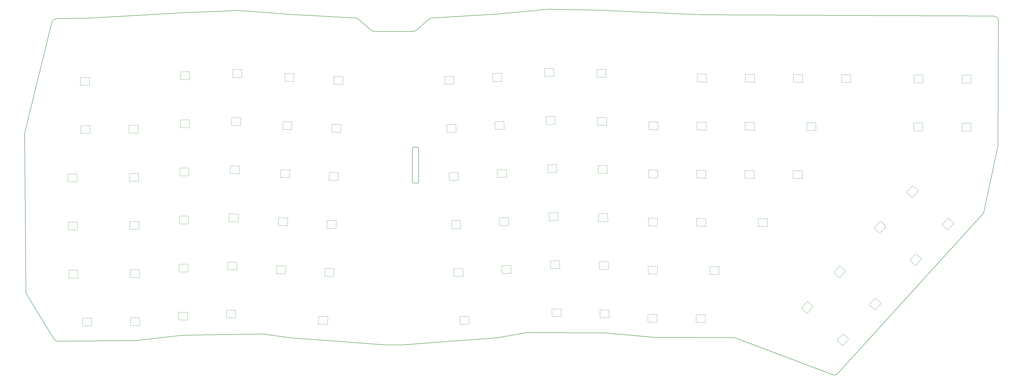
<source format=gbr>
%TF.GenerationSoftware,KiCad,Pcbnew,8.0.1-8.0.1-1~ubuntu22.04.1*%
%TF.CreationDate,2024-03-26T23:20:42-04:00*%
%TF.ProjectId,travis_erg2024-new4,74726176-6973-45f6-9572-67323032342d,2024.03.25*%
%TF.SameCoordinates,Original*%
%TF.FileFunction,Profile,NP*%
%FSLAX46Y46*%
G04 Gerber Fmt 4.6, Leading zero omitted, Abs format (unit mm)*
G04 Created by KiCad (PCBNEW 8.0.1-8.0.1-1~ubuntu22.04.1) date 2024-03-26 23:20:42*
%MOMM*%
%LPD*%
G01*
G04 APERTURE LIST*
%TA.AperFunction,Profile*%
%ADD10C,0.150000*%
%TD*%
%TA.AperFunction,Profile*%
%ADD11C,0.120000*%
%TD*%
G04 APERTURE END LIST*
D10*
X17145606Y-129938963D02*
X27844950Y-86019960D01*
X29770666Y-84493422D02*
X40688658Y-84398143D01*
X40787359Y-84394843D02*
X80810424Y-82066481D01*
X80850824Y-82064541D02*
X101787395Y-81270950D01*
X102011924Y-81275056D02*
X122907326Y-82833727D01*
X122947318Y-82836308D02*
X148013667Y-84201716D01*
X149226303Y-84697471D02*
X154154266Y-89035025D01*
X155476710Y-89533741D02*
X170815057Y-89525877D01*
X172135450Y-89027161D02*
X177067195Y-84686278D01*
X178272933Y-84190910D02*
X202819364Y-82768752D01*
X202892620Y-82763156D02*
X223734084Y-80785449D01*
X223958484Y-80776819D02*
X244900987Y-81148229D01*
X244956362Y-81149978D02*
X285023460Y-82971671D01*
X285105571Y-82973716D02*
X400363399Y-83476626D01*
X402354653Y-85485334D02*
X402139250Y-134851800D01*
X402094627Y-135263282D02*
X396552562Y-161052207D01*
X338884657Y-224941297D02*
X396077640Y-161976732D01*
X336695127Y-225466640D02*
X298370275Y-210934659D01*
X265545468Y-210664584D02*
X297669908Y-210804755D01*
X265369221Y-210656031D02*
X246692221Y-208921227D01*
X246509801Y-208912657D02*
X215407718Y-208872953D01*
X215052960Y-208904208D02*
X204080140Y-210867229D01*
X203877004Y-210892922D02*
X166568622Y-213681441D01*
X166422131Y-213687003D02*
X159871046Y-213695448D01*
X159719399Y-213689887D02*
X122375278Y-210898696D01*
X122247889Y-210885060D02*
X111229467Y-209347229D01*
X110920509Y-209328294D02*
X79814032Y-209833841D01*
X79617762Y-209846704D02*
X61007671Y-211989480D01*
X30456072Y-212267306D02*
X60796354Y-212002531D01*
X28736509Y-211317535D02*
X17930704Y-193803256D01*
X17632890Y-192770557D02*
X17088851Y-130429801D01*
X27844950Y-86019960D02*
G75*
G02*
X29770666Y-84493422I1943169J-473386D01*
G01*
X40787360Y-84394842D02*
G75*
G02*
X40688658Y-84398142I-116155J1996623D01*
G01*
X80810424Y-82066483D02*
G75*
G02*
X80850824Y-82064542I116154J-1996622D01*
G01*
X101787395Y-81270949D02*
G75*
G02*
X102011924Y-81275055I75755J-1998565D01*
G01*
X122947318Y-82836307D02*
G75*
G02*
X122907326Y-82833727I108783J1997039D01*
G01*
X148013667Y-84201717D02*
G75*
G02*
X149226302Y-84697472I-108782J-1997038D01*
G01*
X155476710Y-89533741D02*
G75*
G02*
X154154266Y-89035025I-1025J2000000D01*
G01*
X172135450Y-89027161D02*
G75*
G02*
X170815057Y-89525877I-1321419J1501284D01*
G01*
X177067197Y-84686279D02*
G75*
G02*
X178272933Y-84190911I1321417J-1501283D01*
G01*
X202892620Y-82763156D02*
G75*
G02*
X202819364Y-82768752I-188937J1991056D01*
G01*
X223734083Y-80785449D02*
G75*
G02*
X223958484Y-80776819I188938J-1991056D01*
G01*
X244900988Y-81148228D02*
G75*
G02*
X244956362Y-81149978I-35465J-1999686D01*
G01*
X285105572Y-82973716D02*
G75*
G02*
X285023460Y-82971671I8726J1999981D01*
G01*
X400363399Y-83476626D02*
G75*
G02*
X402354653Y-85485334I-8727J-1999981D01*
G01*
X402139250Y-134851800D02*
G75*
G02*
X402094627Y-135263282I-1999981J8726D01*
G01*
X396552560Y-161052207D02*
G75*
G02*
X396077639Y-161976731I-1955356J420208D01*
G01*
X338884657Y-224941296D02*
G75*
G02*
X336695127Y-225466639I-1480436J1344733D01*
G01*
X297669908Y-210804754D02*
G75*
G02*
X298370275Y-210934659I-8727J-1999982D01*
G01*
X265545467Y-210664584D02*
G75*
G02*
X265369221Y-210656031I8727J1999981D01*
G01*
X246509801Y-208912658D02*
G75*
G02*
X246692221Y-208921228I-2553J-1999997D01*
G01*
X215052959Y-208904209D02*
G75*
G02*
X215407718Y-208872954I352206J-1968742D01*
G01*
X204080140Y-210867229D02*
G75*
G02*
X203877004Y-210892922I-352205J1968744D01*
G01*
X166568622Y-213681442D02*
G75*
G02*
X166422131Y-213687003I-149069J1994438D01*
G01*
X159871046Y-213695447D02*
G75*
G02*
X159719399Y-213689886I-2578J1999997D01*
G01*
X122375278Y-210898696D02*
G75*
G02*
X122247889Y-210885060I149069J1994437D01*
G01*
X110920509Y-209328294D02*
G75*
G02*
X111229467Y-209347229I32500J-1999736D01*
G01*
X79617762Y-209846704D02*
G75*
G02*
X79814032Y-209833841I228770J-1986873D01*
G01*
X61007671Y-211989480D02*
G75*
G02*
X60796354Y-212002531I-228770J1986873D01*
G01*
X30456071Y-212267306D02*
G75*
G02*
X28736509Y-211317535I-17452J1999923D01*
G01*
X17930705Y-193803257D02*
G75*
G02*
X17632891Y-192770557I1702109J1050153D01*
G01*
X17088851Y-130429802D02*
G75*
G02*
X17145606Y-129938963I1999924J17454D01*
G01*
D11*
%TO.C,KLED1*%
X39973642Y-203068867D02*
X40000695Y-206168749D01*
X40000695Y-206168749D02*
X43600558Y-206137333D01*
X43600558Y-206137333D02*
X43573505Y-203037451D01*
X43573505Y-203037451D02*
X39973642Y-203068867D01*
%TO.C,KLED2*%
X34378842Y-165016267D02*
X34405895Y-168116149D01*
X34405895Y-168116149D02*
X38005758Y-168084733D01*
X38005758Y-168084733D02*
X37978705Y-164984851D01*
X37978705Y-164984851D02*
X34378842Y-165016267D01*
%TO.C,KLED3*%
X39308642Y-126871767D02*
X39335695Y-129971649D01*
X39335695Y-129971649D02*
X42935558Y-129940233D01*
X42935558Y-129940233D02*
X42908505Y-126840351D01*
X42908505Y-126840351D02*
X39308642Y-126871767D01*
%TO.C,KLED4*%
X59022842Y-202902667D02*
X59049895Y-206002549D01*
X59049895Y-206002549D02*
X62649758Y-205971133D01*
X62649758Y-205971133D02*
X62622705Y-202871251D01*
X62622705Y-202871251D02*
X59022842Y-202902667D01*
%TO.C,KLED5*%
X58690442Y-164804067D02*
X58717495Y-167903949D01*
X58717495Y-167903949D02*
X62317358Y-167872533D01*
X62317358Y-167872533D02*
X62290305Y-164772651D01*
X62290305Y-164772651D02*
X58690442Y-164804067D01*
%TO.C,KLED6*%
X58357942Y-126705567D02*
X58384995Y-129805449D01*
X58384995Y-129805449D02*
X61984858Y-129774033D01*
X61984858Y-129774033D02*
X61957805Y-126674151D01*
X61957805Y-126674151D02*
X58357942Y-126705567D01*
%TO.C,KLED7*%
X77995195Y-200705051D02*
X77968142Y-203804933D01*
X77968142Y-203804933D02*
X81568005Y-203836349D01*
X81568005Y-203836349D02*
X81595058Y-200736467D01*
X81595058Y-200736467D02*
X77995195Y-200705051D01*
%TO.C,KLED8*%
X78327695Y-162606551D02*
X78300642Y-165706433D01*
X78300642Y-165706433D02*
X81900505Y-165737849D01*
X81900505Y-165737849D02*
X81927558Y-162637967D01*
X81927558Y-162637967D02*
X78327695Y-162606551D01*
%TO.C,KLED9*%
X78660195Y-124507951D02*
X78633142Y-127607833D01*
X78633142Y-127607833D02*
X82233005Y-127639249D01*
X82233005Y-127639249D02*
X82260058Y-124539367D01*
X82260058Y-124539367D02*
X78660195Y-124507951D01*
%TO.C,KLED10*%
X96994191Y-199838913D02*
X96913043Y-202937850D01*
X96913043Y-202937850D02*
X100511809Y-203032087D01*
X100511809Y-203032087D02*
X100592957Y-199933150D01*
X100592957Y-199933150D02*
X96994191Y-199838913D01*
%TO.C,KLED11*%
X97991591Y-161752013D02*
X97910443Y-164850950D01*
X97910443Y-164850950D02*
X101509209Y-164945187D01*
X101509209Y-164945187D02*
X101590357Y-161846250D01*
X101590357Y-161846250D02*
X97991591Y-161752013D01*
%TO.C,KLED12*%
X98988891Y-123665013D02*
X98907743Y-126763950D01*
X98907743Y-126763950D02*
X102506509Y-126858187D01*
X102506509Y-126858187D02*
X102587657Y-123759250D01*
X102587657Y-123759250D02*
X98988891Y-123665013D01*
%TO.C,KLED13*%
X117615023Y-163240060D02*
X117479803Y-166337110D01*
X117479803Y-166337110D02*
X121076377Y-166494140D01*
X121076377Y-166494140D02*
X121211597Y-163397090D01*
X121211597Y-163397090D02*
X117615023Y-163240060D01*
%TO.C,KLED14*%
X119276923Y-125176260D02*
X119141703Y-128273310D01*
X119141703Y-128273310D02*
X122738277Y-128430340D01*
X122738277Y-128430340D02*
X122873497Y-125333290D01*
X122873497Y-125333290D02*
X119276923Y-125176260D01*
%TO.C,KLED15*%
X133461339Y-202304024D02*
X133312607Y-205400454D01*
X133312607Y-205400454D02*
X136908461Y-205573176D01*
X136908461Y-205573176D02*
X137057193Y-202476746D01*
X137057193Y-202476746D02*
X133461339Y-202304024D01*
%TO.C,KLED16*%
X136787539Y-164319824D02*
X136638807Y-167416254D01*
X136638807Y-167416254D02*
X140234661Y-167588976D01*
X140234661Y-167588976D02*
X140383393Y-164492546D01*
X140383393Y-164492546D02*
X136787539Y-164319824D01*
%TO.C,KLED17*%
X138615539Y-126263724D02*
X138466807Y-129360154D01*
X138466807Y-129360154D02*
X142062661Y-129532876D01*
X142062661Y-129532876D02*
X142211393Y-126436446D01*
X142211393Y-126436446D02*
X138615539Y-126263724D01*
%TO.C,KLED18*%
X189233407Y-202468046D02*
X189382139Y-205564476D01*
X189382139Y-205564476D02*
X192977993Y-205391754D01*
X192977993Y-205391754D02*
X192829261Y-202295324D01*
X192829261Y-202295324D02*
X189233407Y-202468046D01*
%TO.C,KLED19*%
X185907207Y-164483946D02*
X186055939Y-167580376D01*
X186055939Y-167580376D02*
X189651793Y-167407654D01*
X189651793Y-167407654D02*
X189503061Y-164311224D01*
X189503061Y-164311224D02*
X185907207Y-164483946D01*
%TO.C,KLED20*%
X184079207Y-126427746D02*
X184227939Y-129524176D01*
X184227939Y-129524176D02*
X187823793Y-129351454D01*
X187823793Y-129351454D02*
X187675061Y-126255024D01*
X187675061Y-126255024D02*
X184079207Y-126427746D01*
%TO.C,KLED21*%
X204923207Y-163320246D02*
X205071939Y-166416676D01*
X205071939Y-166416676D02*
X208667793Y-166243954D01*
X208667793Y-166243954D02*
X208519061Y-163147524D01*
X208519061Y-163147524D02*
X204923207Y-163320246D01*
%TO.C,KLED22*%
X203095307Y-125264046D02*
X203244039Y-128360476D01*
X203244039Y-128360476D02*
X206839893Y-128187754D01*
X206839893Y-128187754D02*
X206691161Y-125091324D01*
X206691161Y-125091324D02*
X203095307Y-125264046D01*
%TO.C,KLED23*%
X225670605Y-199434492D02*
X225765274Y-202533046D01*
X225765274Y-202533046D02*
X229363595Y-202423108D01*
X229363595Y-202423108D02*
X229268926Y-199324554D01*
X229268926Y-199324554D02*
X225670605Y-199434492D01*
%TO.C,KLED24*%
X224507105Y-161352192D02*
X224601774Y-164450746D01*
X224601774Y-164450746D02*
X228200095Y-164340808D01*
X228200095Y-164340808D02*
X228105426Y-161242254D01*
X228105426Y-161242254D02*
X224507105Y-161352192D01*
%TO.C,KLED25*%
X223343505Y-123269992D02*
X223438174Y-126368546D01*
X223438174Y-126368546D02*
X227036495Y-126258608D01*
X227036495Y-126258608D02*
X226941826Y-123160054D01*
X226941826Y-123160054D02*
X223343505Y-123269992D01*
%TO.C,KLED26*%
X244682065Y-199822094D02*
X244722643Y-202921828D01*
X244722643Y-202921828D02*
X248322335Y-202874706D01*
X248322335Y-202874706D02*
X248281757Y-199774972D01*
X248281757Y-199774972D02*
X244682065Y-199822094D01*
%TO.C,KLED27*%
X244183365Y-161725394D02*
X244223943Y-164825128D01*
X244223943Y-164825128D02*
X247823635Y-164778006D01*
X247823635Y-164778006D02*
X247783057Y-161678272D01*
X247783057Y-161678272D02*
X244183365Y-161725394D01*
%TO.C,KLED28*%
X243684665Y-123628594D02*
X243725243Y-126728328D01*
X243725243Y-126728328D02*
X247324935Y-126681206D01*
X247324935Y-126681206D02*
X247284357Y-123581472D01*
X247284357Y-123581472D02*
X243684665Y-123628594D01*
%TO.C,KLED29*%
X263696980Y-201541461D02*
X263683454Y-204641431D01*
X263683454Y-204641431D02*
X267283420Y-204657139D01*
X267283420Y-204657139D02*
X267296946Y-201557169D01*
X267296946Y-201557169D02*
X263696980Y-201541461D01*
%TO.C,KLED30*%
X263863180Y-163441761D02*
X263849654Y-166541731D01*
X263849654Y-166541731D02*
X267449620Y-166557439D01*
X267449620Y-166557439D02*
X267463146Y-163457469D01*
X267463146Y-163457469D02*
X263863180Y-163441761D01*
%TO.C,KLED31*%
X264029380Y-125342161D02*
X264015854Y-128442131D01*
X264015854Y-128442131D02*
X267615820Y-128457839D01*
X267615820Y-128457839D02*
X267629346Y-125357869D01*
X267629346Y-125357869D02*
X264029380Y-125342161D01*
%TO.C,KLED32*%
X282746780Y-201624561D02*
X282733254Y-204724531D01*
X282733254Y-204724531D02*
X286333220Y-204740239D01*
X286333220Y-204740239D02*
X286346746Y-201640269D01*
X286346746Y-201640269D02*
X282746780Y-201624561D01*
%TO.C,KLED33*%
X282912980Y-163524961D02*
X282899454Y-166624931D01*
X282899454Y-166624931D02*
X286499420Y-166640639D01*
X286499420Y-166640639D02*
X286512946Y-163540669D01*
X286512946Y-163540669D02*
X282912980Y-163524961D01*
%TO.C,KLED34*%
X283079280Y-125425261D02*
X283065754Y-128525231D01*
X283065754Y-128525231D02*
X286665720Y-128540939D01*
X286665720Y-128540939D02*
X286679246Y-125440969D01*
X286679246Y-125440969D02*
X283079280Y-125425261D01*
%TO.C,KLED35*%
X307325280Y-163631461D02*
X307311754Y-166731431D01*
X307311754Y-166731431D02*
X310911720Y-166747139D01*
X310911720Y-166747139D02*
X310925246Y-163647169D01*
X310925246Y-163647169D02*
X307325280Y-163631461D01*
%TO.C,KLED36*%
X302129080Y-125508361D02*
X302115554Y-128608331D01*
X302115554Y-128608331D02*
X305715520Y-128624039D01*
X305715520Y-128624039D02*
X305729046Y-125524069D01*
X305729046Y-125524069D02*
X302129080Y-125508361D01*
%TO.C,KLED37*%
X326541380Y-125614961D02*
X326527854Y-128714931D01*
X326527854Y-128714931D02*
X330127820Y-128730639D01*
X330127820Y-128730639D02*
X330141346Y-125630669D01*
X330141346Y-125630669D02*
X326541380Y-125614961D01*
%TO.C,KLED38*%
X338432802Y-211882124D02*
X340727478Y-213966461D01*
X340727478Y-213966461D02*
X343147998Y-211301676D01*
X343147998Y-211301676D02*
X340853322Y-209217339D01*
X340853322Y-209217339D02*
X338432802Y-211882124D01*
%TO.C,KLED39*%
X351241402Y-197780924D02*
X353536078Y-199865261D01*
X353536078Y-199865261D02*
X355956598Y-197200476D01*
X355956598Y-197200476D02*
X353661922Y-195116139D01*
X353661922Y-195116139D02*
X351241402Y-197780924D01*
%TO.C,KLED40*%
X367252202Y-180154524D02*
X369546878Y-182238861D01*
X369546878Y-182238861D02*
X371967398Y-179574076D01*
X371967398Y-179574076D02*
X369672722Y-177489739D01*
X369672722Y-177489739D02*
X367252202Y-180154524D01*
%TO.C,KLED41*%
X380060702Y-166053324D02*
X382355378Y-168137661D01*
X382355378Y-168137661D02*
X384775898Y-165472876D01*
X384775898Y-165472876D02*
X382481222Y-163388539D01*
X382481222Y-163388539D02*
X380060702Y-166053324D01*
%TO.C,KLED42*%
X368803480Y-125799361D02*
X368789954Y-128899331D01*
X368789954Y-128899331D02*
X372389920Y-128915039D01*
X372389920Y-128915039D02*
X372403446Y-125815069D01*
X372403446Y-125815069D02*
X368803480Y-125799361D01*
%TO.C,KLED43*%
X387853280Y-125882461D02*
X387839754Y-128982431D01*
X387839754Y-128982431D02*
X391439720Y-128998139D01*
X391439720Y-128998139D02*
X391453246Y-125898169D01*
X391453246Y-125898169D02*
X387853280Y-125882461D01*
%TO.C,KLED44*%
X38171958Y-187134033D02*
X38144905Y-184034151D01*
X38144905Y-184034151D02*
X34545042Y-184065567D01*
X34545042Y-184065567D02*
X34572095Y-187165449D01*
X34572095Y-187165449D02*
X38171958Y-187134033D01*
%TO.C,KLED45*%
X37839458Y-149035433D02*
X37812405Y-145935551D01*
X37812405Y-145935551D02*
X34212542Y-145966967D01*
X34212542Y-145966967D02*
X34239595Y-149066849D01*
X34239595Y-149066849D02*
X37839458Y-149035433D01*
%TO.C,KLED46*%
X42769358Y-110891033D02*
X42742305Y-107791151D01*
X42742305Y-107791151D02*
X39142442Y-107822567D01*
X39142442Y-107822567D02*
X39169495Y-110922449D01*
X39169495Y-110922449D02*
X42769358Y-110891033D01*
%TO.C,KLED47*%
X62483558Y-186921833D02*
X62456505Y-183821951D01*
X62456505Y-183821951D02*
X58856642Y-183853367D01*
X58856642Y-183853367D02*
X58883695Y-186953249D01*
X58883695Y-186953249D02*
X62483558Y-186921833D01*
%TO.C,KLED48*%
X62151058Y-148823333D02*
X62124005Y-145723451D01*
X62124005Y-145723451D02*
X58524142Y-145754867D01*
X58524142Y-145754867D02*
X58551195Y-148854749D01*
X58551195Y-148854749D02*
X62151058Y-148823333D01*
%TO.C,KLED49*%
X81734205Y-184787149D02*
X81761258Y-181687267D01*
X81761258Y-181687267D02*
X78161395Y-181655851D01*
X78161395Y-181655851D02*
X78134342Y-184755733D01*
X78134342Y-184755733D02*
X81734205Y-184787149D01*
%TO.C,KLED50*%
X82066705Y-146688549D02*
X82093758Y-143588667D01*
X82093758Y-143588667D02*
X78493895Y-143557251D01*
X78493895Y-143557251D02*
X78466842Y-146657133D01*
X78466842Y-146657133D02*
X82066705Y-146688549D01*
%TO.C,KLED51*%
X82399205Y-108590049D02*
X82426258Y-105490167D01*
X82426258Y-105490167D02*
X78826395Y-105458751D01*
X78826395Y-105458751D02*
X78799342Y-108558633D01*
X78799342Y-108558633D02*
X82399205Y-108590049D01*
%TO.C,KLED52*%
X101010509Y-183988587D02*
X101091657Y-180889650D01*
X101091657Y-180889650D02*
X97492891Y-180795413D01*
X97492891Y-180795413D02*
X97411743Y-183894350D01*
X97411743Y-183894350D02*
X101010509Y-183988587D01*
%TO.C,KLED53*%
X102007909Y-145901687D02*
X102089057Y-142802750D01*
X102089057Y-142802750D02*
X98490291Y-142708513D01*
X98490291Y-142708513D02*
X98409143Y-145807450D01*
X98409143Y-145807450D02*
X102007909Y-145901687D01*
%TO.C,KLED54*%
X103005209Y-107814687D02*
X103086357Y-104715750D01*
X103086357Y-104715750D02*
X99487591Y-104621513D01*
X99487591Y-104621513D02*
X99406443Y-107720450D01*
X99406443Y-107720450D02*
X103005209Y-107814687D01*
%TO.C,KLED55*%
X120245477Y-185525940D02*
X120380697Y-182428890D01*
X120380697Y-182428890D02*
X116784123Y-182271860D01*
X116784123Y-182271860D02*
X116648903Y-185368910D01*
X116648903Y-185368910D02*
X120245477Y-185525940D01*
%TO.C,KLED56*%
X121907377Y-147462240D02*
X122042597Y-144365190D01*
X122042597Y-144365190D02*
X118446023Y-144208160D01*
X118446023Y-144208160D02*
X118310803Y-147305210D01*
X118310803Y-147305210D02*
X121907377Y-147462240D01*
%TO.C,KLED57*%
X123569277Y-109398540D02*
X123704497Y-106301490D01*
X123704497Y-106301490D02*
X120107923Y-106144460D01*
X120107923Y-106144460D02*
X119972703Y-109241510D01*
X119972703Y-109241510D02*
X123569277Y-109398540D01*
%TO.C,KLED58*%
X139320761Y-186617076D02*
X139469493Y-183520646D01*
X139469493Y-183520646D02*
X135873639Y-183347924D01*
X135873639Y-183347924D02*
X135724907Y-186444354D01*
X135724907Y-186444354D02*
X139320761Y-186617076D01*
%TO.C,KLED59*%
X141148661Y-148560876D02*
X141297393Y-145464446D01*
X141297393Y-145464446D02*
X137701539Y-145291724D01*
X137701539Y-145291724D02*
X137552807Y-148388154D01*
X137552807Y-148388154D02*
X141148661Y-148560876D01*
%TO.C,KLED60*%
X142976661Y-110504776D02*
X143125393Y-107408346D01*
X143125393Y-107408346D02*
X139529539Y-107235624D01*
X139529539Y-107235624D02*
X139380807Y-110332054D01*
X139380807Y-110332054D02*
X142976661Y-110504776D01*
%TO.C,KLED61*%
X190565693Y-186435654D02*
X190416961Y-183339224D01*
X190416961Y-183339224D02*
X186821107Y-183511946D01*
X186821107Y-183511946D02*
X186969839Y-186608376D01*
X186969839Y-186608376D02*
X190565693Y-186435654D01*
%TO.C,KLED62*%
X188737793Y-148379554D02*
X188589061Y-145283124D01*
X188589061Y-145283124D02*
X184993207Y-145455846D01*
X184993207Y-145455846D02*
X185141939Y-148552276D01*
X185141939Y-148552276D02*
X188737793Y-148379554D01*
%TO.C,KLED63*%
X186909793Y-110323454D02*
X186761061Y-107227024D01*
X186761061Y-107227024D02*
X183165207Y-107399746D01*
X183165207Y-107399746D02*
X183313939Y-110496176D01*
X183313939Y-110496176D02*
X186909793Y-110323454D01*
%TO.C,KLED64*%
X209581793Y-185271954D02*
X209433061Y-182175524D01*
X209433061Y-182175524D02*
X205837207Y-182348246D01*
X205837207Y-182348246D02*
X205985939Y-185444676D01*
X205985939Y-185444676D02*
X209581793Y-185271954D01*
%TO.C,KLED65*%
X207753793Y-147215854D02*
X207605061Y-144119424D01*
X207605061Y-144119424D02*
X204009207Y-144292146D01*
X204009207Y-144292146D02*
X204157939Y-147388576D01*
X204157939Y-147388576D02*
X207753793Y-147215854D01*
%TO.C,KLED66*%
X205925893Y-109159754D02*
X205777161Y-106063324D01*
X205777161Y-106063324D02*
X202181307Y-106236046D01*
X202181307Y-106236046D02*
X202330039Y-109332476D01*
X202330039Y-109332476D02*
X205925893Y-109159754D01*
%TO.C,KLED67*%
X228781795Y-183381908D02*
X228687126Y-180283354D01*
X228687126Y-180283354D02*
X225088805Y-180393292D01*
X225088805Y-180393292D02*
X225183474Y-183491846D01*
X225183474Y-183491846D02*
X228781795Y-183381908D01*
%TO.C,KLED68*%
X227618295Y-145299708D02*
X227523626Y-142201154D01*
X227523626Y-142201154D02*
X223925305Y-142311092D01*
X223925305Y-142311092D02*
X224019974Y-145409646D01*
X224019974Y-145409646D02*
X227618295Y-145299708D01*
%TO.C,KLED69*%
X226454795Y-107217508D02*
X226360126Y-104118954D01*
X226360126Y-104118954D02*
X222761805Y-104228892D01*
X222761805Y-104228892D02*
X222856474Y-107327446D01*
X222856474Y-107327446D02*
X226454795Y-107217508D01*
%TO.C,KLED70*%
X248072935Y-183826406D02*
X248032357Y-180726672D01*
X248032357Y-180726672D02*
X244432665Y-180773794D01*
X244432665Y-180773794D02*
X244473243Y-183873528D01*
X244473243Y-183873528D02*
X248072935Y-183826406D01*
%TO.C,KLED71*%
X247574235Y-145729606D02*
X247533657Y-142629872D01*
X247533657Y-142629872D02*
X243933965Y-142676994D01*
X243933965Y-142676994D02*
X243974543Y-145776728D01*
X243974543Y-145776728D02*
X247574235Y-145729606D01*
%TO.C,KLED72*%
X247075535Y-107632906D02*
X247034957Y-104533172D01*
X247034957Y-104533172D02*
X243435265Y-104580294D01*
X243435265Y-104580294D02*
X243475843Y-107680028D01*
X243475843Y-107680028D02*
X247075535Y-107632906D01*
%TO.C,KLED73*%
X267366520Y-185607339D02*
X267380046Y-182507369D01*
X267380046Y-182507369D02*
X263780080Y-182491661D01*
X263780080Y-182491661D02*
X263766554Y-185591631D01*
X263766554Y-185591631D02*
X267366520Y-185607339D01*
%TO.C,KLED74*%
X267532720Y-147507639D02*
X267546246Y-144407669D01*
X267546246Y-144407669D02*
X263946280Y-144391961D01*
X263946280Y-144391961D02*
X263932754Y-147491931D01*
X263932754Y-147491931D02*
X267532720Y-147507639D01*
%TO.C,KLED75*%
X291778820Y-185713839D02*
X291792346Y-182613869D01*
X291792346Y-182613869D02*
X288192380Y-182598161D01*
X288192380Y-182598161D02*
X288178854Y-185698131D01*
X288178854Y-185698131D02*
X291778820Y-185713839D01*
%TO.C,KLED76*%
X286582520Y-147590739D02*
X286596046Y-144490769D01*
X286596046Y-144490769D02*
X282996080Y-144475061D01*
X282996080Y-144475061D02*
X282982554Y-147575031D01*
X282982554Y-147575031D02*
X286582520Y-147590739D01*
%TO.C,KLED77*%
X286748820Y-109491139D02*
X286762346Y-106391169D01*
X286762346Y-106391169D02*
X283162380Y-106375461D01*
X283162380Y-106375461D02*
X283148854Y-109475431D01*
X283148854Y-109475431D02*
X286748820Y-109491139D01*
%TO.C,KLED78*%
X305632420Y-147673939D02*
X305645946Y-144573969D01*
X305645946Y-144573969D02*
X302045980Y-144558261D01*
X302045980Y-144558261D02*
X302032454Y-147658231D01*
X302032454Y-147658231D02*
X305632420Y-147673939D01*
%TO.C,KLED79*%
X305798620Y-109574239D02*
X305812146Y-106474269D01*
X305812146Y-106474269D02*
X302212180Y-106458561D01*
X302212180Y-106458561D02*
X302198654Y-109558531D01*
X302198654Y-109558531D02*
X305798620Y-109574239D01*
%TO.C,KLED80*%
X324682220Y-147757039D02*
X324695746Y-144657069D01*
X324695746Y-144657069D02*
X321095780Y-144641361D01*
X321095780Y-144641361D02*
X321082254Y-147741331D01*
X321082254Y-147741331D02*
X324682220Y-147757039D01*
%TO.C,KLED81*%
X324848420Y-109657339D02*
X324861946Y-106557369D01*
X324861946Y-106557369D02*
X321261980Y-106541661D01*
X321261980Y-106541661D02*
X321248454Y-109641631D01*
X321248454Y-109641631D02*
X324848420Y-109657339D01*
%TO.C,KLED82*%
X343898220Y-109740539D02*
X343911746Y-106640569D01*
X343911746Y-106640569D02*
X340311780Y-106624861D01*
X340311780Y-106624861D02*
X340298254Y-109724831D01*
X340298254Y-109724831D02*
X343898220Y-109740539D01*
%TO.C,KLED83*%
X329046898Y-198493076D02*
X326752222Y-196408739D01*
X326752222Y-196408739D02*
X324331702Y-199073524D01*
X324331702Y-199073524D02*
X326626378Y-201157861D01*
X326626378Y-201157861D02*
X329046898Y-198493076D01*
%TO.C,KLED84*%
X341855498Y-184391976D02*
X339560822Y-182307639D01*
X339560822Y-182307639D02*
X337140302Y-184972424D01*
X337140302Y-184972424D02*
X339434978Y-187056761D01*
X339434978Y-187056761D02*
X341855498Y-184391976D01*
%TO.C,KLED85*%
X357866198Y-166765476D02*
X355571522Y-164681139D01*
X355571522Y-164681139D02*
X353151002Y-167345924D01*
X353151002Y-167345924D02*
X355445678Y-169430261D01*
X355445678Y-169430261D02*
X357866198Y-166765476D01*
%TO.C,KLED86*%
X370674798Y-152664376D02*
X368380122Y-150580039D01*
X368380122Y-150580039D02*
X365959602Y-153244824D01*
X365959602Y-153244824D02*
X368254278Y-155329161D01*
X368254278Y-155329161D02*
X370674798Y-152664376D01*
%TO.C,KLED87*%
X372473020Y-109865139D02*
X372486546Y-106765169D01*
X372486546Y-106765169D02*
X368886580Y-106749461D01*
X368886580Y-106749461D02*
X368873054Y-109849431D01*
X368873054Y-109849431D02*
X372473020Y-109865139D01*
%TO.C,KLED88*%
X391522820Y-109948339D02*
X391536346Y-106848369D01*
X391536346Y-106848369D02*
X387936380Y-106832661D01*
X387936380Y-106832661D02*
X387922854Y-109932631D01*
X387922854Y-109932631D02*
X391522820Y-109948339D01*
D10*
%TO.C,REF\u002A\u002A*%
X172945298Y-149267732D02*
X172945298Y-135667732D01*
X170545298Y-135667732D02*
X170545298Y-149267732D01*
X172645298Y-135367732D02*
X170845298Y-135367732D01*
X170845298Y-149567732D02*
X172645298Y-149567732D01*
X170845298Y-149567732D02*
G75*
G02*
X170545298Y-149267732I0J300000D01*
G01*
X172945298Y-149267732D02*
G75*
G02*
X172645298Y-149567732I-300000J0D01*
G01*
X170545298Y-135667732D02*
G75*
G02*
X170845298Y-135367732I300000J0D01*
G01*
X172645298Y-135367732D02*
G75*
G02*
X172945298Y-135667732I0J-300000D01*
G01*
%TD*%
M02*

</source>
